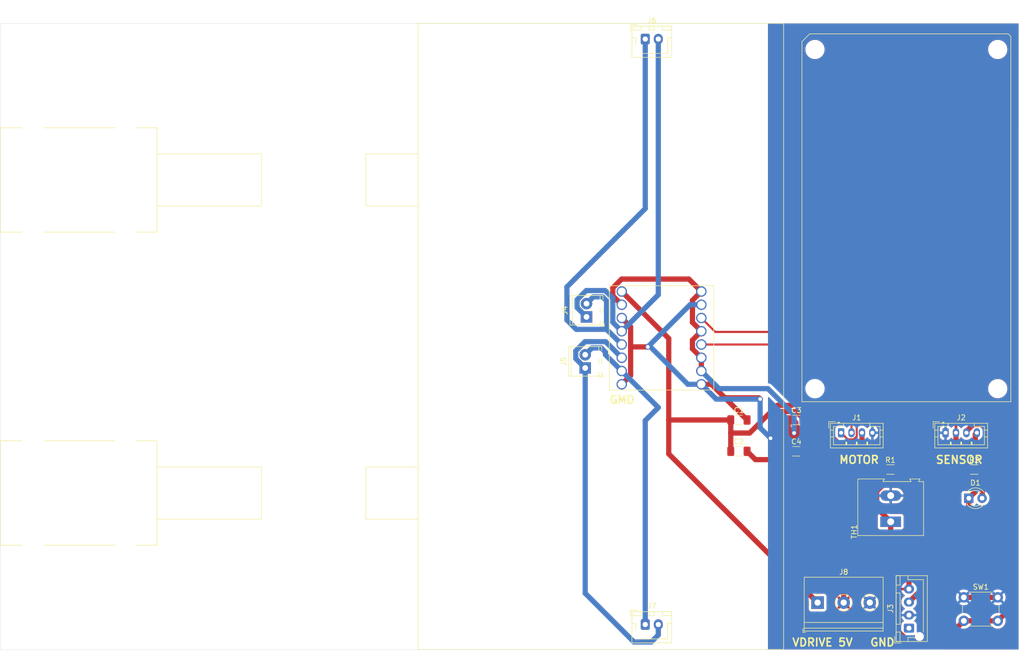
<source format=kicad_pcb>
(kicad_pcb (version 20221018) (generator pcbnew)
  (layers (0 "F.Cu" signal) (31 "B.Cu" signal) (34 "B.Paste" user) (35 "F.Paste" user) (36 "B.SilkS" user "B.Silkscreen") (37 "F.SilkS" user "F.Silkscreen") (38 "B.Mask" user) (39 "F.Mask" user) (44 "Edge.Cuts" user))
  (net 0 "")
  (net 1 "Net-(J1-Pin_1)")
  (net 2 "Vdrive")
  (net 3 "GND")
  (net 4 "Net-(J1-Pin_2)")
  (net 5 "+5V")
  (net 6 "Net-(J4-Pin_1)")
  (net 7 "Net-(J4-Pin_2)")
  (net 8 "Net-(J5-Pin_1)")
  (net 9 "Net-(J5-Pin_2)")
  (net 10 "Net-(J2-Pin_3)")
  (net 12 "Net-(D1-K)")
  (net 13 "Net-(D1-A)")
  (footprint "library:SparkFun_TB6612FNG_MOTOR_DRIVER_MODULE" (layer "F.Cu") (at 178.8 100.59)
    (fp_text reference "U1" hide)
    (fp_text value "SparkFun_TB6612FNG_MOTOR_DRIVER_MODULE" hide)
    (pad "1" thru_hole oval (at -7.62 -8.89) (size 2 2) (drill 1.5) (layers "*.Cu" "*.Mask") (net 2 "Vdrive"))
    (pad "2" thru_hole oval (at -7.62 -6.35) (size 2 2) (drill 1.5) (layers "*.Cu" "*.Mask") (net 5 "+5V"))
    (pad "3" thru_hole oval (at -7.62 -3.81) (size 2 2) (drill 1.5) (layers "*.Cu" "*.Mask") (net 3 "GND"))
    (pad "4" thru_hole oval (at -7.62 -1.27) (size 2 2) (drill 1.5) (layers "*.Cu" "*.Mask") (net 6 "Net-(J4-Pin_1)"))
    (pad "5" thru_hole oval (at -7.62 1.27) (size 2 2) (drill 1.5) (layers "*.Cu" "*.Mask") (net 7 "Net-(J4-Pin_2)"))
    (pad "6" thru_hole oval (at -7.62 3.81) (size 2 2) (drill 1.5) (layers "*.Cu" "*.Mask") (net 8 "Net-(J5-Pin_1)"))
    (pad "7" thru_hole oval (at -7.62 6.35) (size 2 2) (drill 1.5) (layers "*.Cu" "*.Mask") (net 9 "Net-(J5-Pin_2)"))
    (pad "8" thru_hole oval (at -7.62 8.89) (size 2 2) (drill 1.5) (layers "*.Cu" "*.Mask") (net 3 "GND"))
    (pad "9" thru_hole oval (at 7.62 8.89) (size 2 2) (drill 1.5) (layers "*.Cu" "*.Mask") (net 3 "GND"))
    (pad "10" thru_hole oval (at 7.62 6.35) (size 2 2) (drill 1.5) (layers "*.Cu" "*.Mask") (net 5 "+5V"))
    (pad "11" thru_hole oval (at 7.62 3.81) (size 2 2) (drill 1.5) (layers "*.Cu" "*.Mask") (net 5 "+5V"))
    (pad "12" thru_hole oval (at 7.62 1.27) (size 2 2) (drill 1.5) (layers "*.Cu" "*.Mask") (net 4 "Net-(J1-Pin_2)"))
    (pad "13" thru_hole oval (at 7.62 -1.27) (size 2 2) (drill 1.5) (layers "*.Cu" "*.Mask") (net 5 "+5V"))
    (pad "14" thru_hole oval (at 7.62 -3.81) (size 2 2) (drill 1.5) (layers "*.Cu" "*.Mask") (net 1 "Net-(J1-Pin_1)"))
    (pad "15" thru_hole oval (at 7.62 -6.35) (size 2 2) (drill 1.5) (layers "*.Cu" "*.Mask") (net 3 "GND"))
    (pad "16" thru_hole oval (at 7.62 -8.89) (size 2 2) (drill 1.5) (layers "*.Cu" "*.Mask") (net 5 "+5V"))
  )
  (footprint "TerminalBlock_Phoenix:TerminalBlock_Phoenix_MPT-0,5-2-2.54_1x02_P2.54mm_Horizontal" (layer "F.Cu") (at 164.18 106.36 90)
    (fp_text reference "J5" (at 1.27 -4.16 90) (layer "F.SilkS"))
    (fp_text value "MOTOR")
    (pad "" np_thru_hole circle (at 0 2.54 90) (size 1.1 1.1) (drill 1.1) (layers "*.Cu" "*.Mask"))
    (pad "" np_thru_hole circle (at 2.54 2.54 90) (size 1.1 1.1) (drill 1.1) (layers "*.Cu" "*.Mask"))
    (pad "1" thru_hole rect (at 0 0 90) (size 2.2 2.2) (drill 1.1) (layers "*.Cu" "*.Mask") (net 8 "Net-(J5-Pin_1)"))
    (pad "2" thru_hole circle (at 2.54 0 90) (size 2.2 2.2) (drill 1.1) (layers "*.Cu" "*.Mask") (net 9 "Net-(J5-Pin_2)"))
  )
  (footprint "Connector_JST:JST_XH_B2B-XH-AM_1x02_P2.50mm_Vertical" (layer "F.Cu") (at 175.68 43.32)
    (fp_text reference "J6" (at 1.25 -3.55) (layer "F.SilkS"))
    (fp_text value "BULB")
    (pad "" np_thru_hole circle (at -1.6 2) (size 1.2 1.2) (drill 1.2) (layers "*.Cu" "*.Mask"))
    (pad "1" thru_hole roundrect (at 0 0) (size 1.7 2) (drill 1) (layers "*.Cu" "*.Mask") (roundrect_rratio 0.147059) (net 7 "Net-(J4-Pin_2)"))
    (pad "2" thru_hole oval (at 2.5 0) (size 1.7 2) (drill 1) (layers "*.Cu" "*.Mask") (net 6 "Net-(J4-Pin_1)"))
  )
  (footprint "Connector_JST:JST_PH_B4B-PH-K_1x04_P2.00mm_Vertical" (layer "F.Cu") (at 233.18 118.77)
    (fp_text reference "J2" (at 3 -2.9) (layer "F.SilkS"))
    (fp_text value "GROVE")
    (pad "1" thru_hole roundrect (at 0 0) (size 1.2 1.75) (drill 0.75) (layers "*.Cu" "*.Mask") (roundrect_rratio 0.208333) (net 3 "GND"))
    (pad "2" thru_hole oval (at 2 0) (size 1.2 1.75) (drill 0.75) (layers "*.Cu" "*.Mask") (net 5 "+5V"))
    (pad "3" thru_hole oval (at 4 0) (size 1.2 1.75) (drill 0.75) (layers "*.Cu" "*.Mask") (net 10 "Net-(J2-Pin_3)"))
    (pad "4" thru_hole oval (at 6 0) (size 1.2 1.75) (drill 0.75) (layers "*.Cu" "*.Mask") (net 12 "Net-(D1-K)"))
  )
  (footprint "" (layer "F.Cu") (at 58.44 141.76)
    (fp_text reference "" (at 0 0) (layer "F.SilkS") (effects (font (size 1.27 1.27))))
    (fp_text value "" (at 0 0) (layer "F.SilkS") (effects (font (size 1.27 1.27))))
    (pad "" np_thru_hole circle (at 0 0) (size 5 5) (drill 5) (layers "*.Cu" "*.Mask"))
  )
  (footprint "MountingHole:MountingHole_3.2mm_M3" (layer "F.Cu") (at 157.18 95.32)
    (fp_text reference "REF**" hide)
    (fp_text value "MountingHole_3.2mm_M3" hide)
    (pad "" np_thru_hole circle (at 0 0) (size 3.2 3.2) (drill 3.2) (layers "*.Cu" "*.Mask"))
  )
  (footprint "MountingHole:MountingHole_3.2mm_M3" (layer "F.Cu") (at 192.18 105.32)
    (fp_text reference "REF**" hide)
    (fp_text value "MountingHole_3.2mm_M3" hide)
    (pad "" np_thru_hole circle (at 0 0) (size 3.2 3.2) (drill 3.2) (layers "*.Cu" "*.Mask"))
  )
  (footprint "" (layer "F.Cu") (at 76.22 81.76)
    (fp_text reference "" (at 0 0) (layer "F.SilkS") (effects (font (size 1.27 1.27))))
    (fp_text value "" (at 0 0) (layer "F.SilkS") (effects (font (size 1.27 1.27))))
    (pad "" np_thru_hole circle (at 0 0) (size 5 5) (drill 5) (layers "*.Cu" "*.Mask"))
  )
  (footprint "MountingHole:MountingHole_3.2mm_M3" (layer "F.Cu") (at 58.44 118.9)
    (fp_text reference "REF**" hide)
    (fp_text value "MountingHole_3.2mm_M3" hide)
    (pad "" np_thru_hole circle (at 0 0) (size 5 5) (drill 5) (layers "F&B.Cu" "*.Mask"))
  )
  (footprint "MountingHole:MountingHole_3.2mm_M3" (layer "F.Cu") (at 157.18 70.32)
    (fp_text reference "REF**" hide)
    (fp_text value "MountingHole_3.2mm_M3" hide)
    (pad "" np_thru_hole circle (at 0 0) (size 3.2 3.2) (drill 3.2) (layers "*.Cu" "*.Mask"))
  )
  (footprint "MountingHole:MountingHole_3.2mm_M3" (layer "F.Cu") (at 192.18 155.32)
    (fp_text reference "REF**" hide)
    (fp_text value "MountingHole_3.2mm_M3" hide)
    (pad "" np_thru_hole circle (at 0 0) (size 3.2 3.2) (drill 3.2) (layers "*.Cu" "*.Mask"))
  )
  (footprint "Capacitor_SMD:C_1206_3216Metric_Pad1.33x1.80mm_HandSolder" (layer "F.Cu") (at 204.6175 116.32)
    (fp_text reference "C3" (at 0 -1.85) (layer "F.SilkS"))
    (fp_text value "C")
    (pad "1" smd roundrect (at -1.5625 0) (size 1.325 1.8) (layers "F.Cu" "F.Paste" "F.Mask") (roundrect_rratio 0.188679) (net 5 "+5V"))
    (pad "2" smd roundrect (at 1.5625 0) (size 1.325 1.8) (layers "F.Cu" "F.Paste" "F.Mask") (roundrect_rratio 0.188679) (net 3 "GND"))
  )
  (footprint "MountingHole:MountingHole_3.2mm_M3" (layer "F.Cu") (at 157.18 105.32)
    (fp_text reference "REF**" hide)
    (fp_text value "MountingHole_3.2mm_M3" hide)
    (pad "" np_thru_hole circle (at 0 0) (size 3.2 3.2) (drill 3.2) (layers "*.Cu" "*.Mask"))
  )
  (footprint "MountingHole:MountingHole_3.2mm_M3" (layer "F.Cu") (at 157.18 45.32)
    (fp_text reference "REF**" hide)
    (fp_text value "MountingHole_3.2mm_M3" hide)
    (pad "" np_thru_hole circle (at 0 0) (size 3.2 3.2) (drill 3.2) (layers "*.Cu" "*.Mask"))
  )
  (footprint "MountingHole:MountingHole_3.2mm_M3" (layer "F.Cu") (at 192.18 45.32)
    (fp_text reference "REF**" hide)
    (fp_text value "MountingHole_3.2mm_M3" hide)
    (pad "" np_thru_hole circle (at 0 0) (size 3.2 3.2) (drill 3.2) (layers "*.Cu" "*.Mask"))
  )
  (footprint "Connector_JST:JST_XH_B4B-XH-AM_1x04_P2.50mm_Vertical" (layer "F.Cu") (at 226.18 156.22 90)
    (fp_text reference "J3" (at 3.75 -3.55 90) (layer "F.SilkS"))
    (fp_text value "LEVEL")
    (pad "" np_thru_hole circle (at -1.6 2 90) (size 1.2 1.2) (drill 1.2) (layers "*.Cu" "*.Mask"))
    (pad "1" thru_hole roundrect (at 0 0 90) (size 1.7 1.95) (drill 0.95) (layers "*.Cu" "*.Mask") (roundrect_rratio 0.147059))
    (pad "2" thru_hole oval (at 2.5 0 90) (size 1.7 1.95) (drill 0.95) (layers "*.Cu" "*.Mask") (net 3 "GND"))
    (pad "3" thru_hole oval (at 5 0 90) (size 1.7 1.95) (drill 0.95) (layers "*.Cu" "*.Mask") (net 12 "Net-(D1-K)"))
    (pad "4" thru_hole oval (at 7.5 0 90) (size 1.7 1.95) (drill 0.95) (layers "*.Cu" "*.Mask") (net 5 "+5V"))
  )
  (footprint "TerminalBlock:TerminalBlock_Altech_AK300-2_P5.00mm" (layer "F.Cu") (at 222.68 135.82 90)
    (fp_text reference "TH1" (at -1.92 -6.99 90) (layer "F.SilkS"))
    (fp_text value "Thermistor")
    (pad "1" thru_hole rect (at 0 0 90) (size 1.98 3.96) (drill 1.32) (layers "*.Cu" "*.Mask") (net 10 "Net-(J2-Pin_3)"))
    (pad "2" thru_hole oval (at 5 0 90) (size 1.98 3.96) (drill 1.32) (layers "*.Cu" "*.Mask") (net 3 "GND"))
  )
  (footprint "MountingHole:MountingHole_3.2mm_M3" (layer "F.Cu") (at 157.18 130.32)
    (fp_text reference "REF**" hide)
    (fp_text value "MountingHole_3.2mm_M3" hide)
    (pad "" np_thru_hole circle (at 0 0) (size 3.2 3.2) (drill 3.2) (layers "*.Cu" "*.Mask"))
  )
  (footprint "TerminalBlock_Philmore:TerminalBlock_Philmore_TB133_1x03_P5.00mm_Horizontal" (layer "F.Cu") (at 208.68 151.32)
    (fp_text reference "J8" (at 5 -5.86) (layer "F.SilkS"))
    (fp_text value "Screw_Terminal_01x03" hide)
    (pad "1" thru_hole rect (at 0 0) (size 2.4 2.4) (drill 1.2) (layers "*.Cu" "*.Mask") (net 2 "Vdrive"))
    (pad "2" thru_hole circle (at 5 0) (size 2.4 2.4) (drill 1.2) (layers "*.Cu" "*.Mask") (net 5 "+5V"))
    (pad "3" thru_hole circle (at 10 0) (size 2.4 2.4) (drill 1.2) (layers "*.Cu" "*.Mask") (net 3 "GND"))
  )
  (footprint "MountingHole:MountingHole_3.2mm_M3" (layer "F.Cu") (at 192.18 70.32)
    (fp_text reference "REF**" hide)
    (fp_text value "MountingHole_3.2mm_M3" hide)
    (pad "" np_thru_hole circle (at 0 0) (size 3.2 3.2) (drill 3.2) (layers "*.Cu" "*.Mask"))
  )
  (footprint "" (layer "F.Cu") (at 76.22 118.9)
    (fp_text reference "" (at 0 0) (layer "F.SilkS") (effects (font (size 1.27 1.27))))
    (fp_text value "" (at 0 0) (layer "F.SilkS") (effects (font (size 1.27 1.27))))
    (pad "" np_thru_hole circle (at 0 0) (size 5 5) (drill 5) (layers "*.Cu" "*.Mask"))
  )
  (footprint "Capacitor_SMD:C_1206_3216Metric_Pad1.33x1.80mm_HandSolder" (layer "F.Cu") (at 193.6175 122.32)
    (fp_text reference "C2" (at 0 -1.85) (layer "F.SilkS"))
    (fp_text value "C_Polarized")
    (pad "1" smd roundrect (at -1.5625 0) (size 1.325 1.8) (layers "F.Cu" "F.Paste" "F.Mask") (roundrect_rratio 0.188679) (net 2 "Vdrive"))
    (pad "2" smd roundrect (at 1.5625 0) (size 1.325 1.8) (layers "F.Cu" "F.Paste" "F.Mask") (roundrect_rratio 0.188679) (net 3 "GND"))
  )
  (footprint "Capacitor_SMD:C_1206_3216Metric_Pad1.33x1.80mm_HandSolder" (layer "F.Cu") (at 204.6175 122.32)
    (fp_text reference "C4" (at 0 -1.85) (layer "F.SilkS"))
    (fp_text value "C_Polarized")
    (pad "1" smd roundrect (at -1.5625 0) (size 1.325 1.8) (layers "F.Cu" "F.Paste" "F.Mask") (roundrect_rratio 0.188679) (net 5 "+5V"))
    (pad "2" smd roundrect (at 1.5625 0) (size 1.325 1.8) (layers "F.Cu" "F.Paste" "F.Mask") (roundrect_rratio 0.188679) (net 3 "GND"))
  )
  (footprint "" (layer "F.Cu") (at 76.22 141.76)
    (fp_text reference "" (at 0 0) (layer "F.SilkS") (effects (font (size 1.27 1.27))))
    (fp_text value "" (at 0 0) (layer "F.SilkS") (effects (font (size 1.27 1.27))))
    (pad "" np_thru_hole circle (at 0 0) (size 5 5) (drill 5) (layers "*.Cu" "*.Mask"))
  )
  (footprint "Connector_JST:JST_XH_B2B-XH-AM_1x02_P2.50mm_Vertical" (layer "F.Cu") (at 175.68 155.52)
    (fp_text reference "J7" (at 1.25 -3.55) (layer "F.SilkS"))
    (fp_text value "BULB")
    (pad "" np_thru_hole circle (at -1.6 2) (size 1.2 1.2) (drill 1.2) (layers "*.Cu" "*.Mask"))
    (pad "1" thru_hole roundrect (at 0 0) (size 1.7 2) (drill 1) (layers "*.Cu" "*.Mask") (roundrect_rratio 0.147059) (net 9 "Net-(J5-Pin_2)"))
    (pad "2" thru_hole oval (at 2.5 0) (size 1.7 2) (drill 1) (layers "*.Cu" "*.Mask") (net 8 "Net-(J5-Pin_1)"))
  )
  (footprint "" (layer "F.Cu") (at 58.44 81.76)
    (fp_text reference "" (at 0 0) (layer "F.SilkS") (effects (font (size 1.27 1.27))))
    (fp_text value "" (at 0 0) (layer "F.SilkS") (effects (font (size 1.27 1.27))))
    (pad "" np_thru_hole circle (at 0 0) (size 5 5) (drill 5) (layers "*.Cu" "*.Mask"))
  )
  (footprint "Capacitor_SMD:C_1206_3216Metric_Pad1.33x1.80mm_HandSolder" (layer "F.Cu") (at 193.6175 116.32)
    (fp_text reference "C1" (at 0 -1.85) (layer "F.SilkS"))
    (fp_text value "C")
    (pad "1" smd roundrect (at -1.5625 0) (size 1.325 1.8) (layers "F.Cu" "F.Paste" "F.Mask") (roundrect_rratio 0.188679) (net 2 "Vdrive"))
    (pad "2" smd roundrect (at 1.5625 0) (size 1.325 1.8) (layers "F.Cu" "F.Paste" "F.Mask") (roundrect_rratio 0.188679) (net 3 "GND"))
  )
  (footprint "MountingHole:MountingHole_3.2mm_M3" (layer "F.Cu") (at 208.18 45.32 90)
    (fp_text reference "REF**" hide)
    (fp_text value "MountingHole_3.2mm_M3")
    (pad "" np_thru_hole circle (at 0 0 90) (size 3.2 3.2) (drill 3.2) (layers "*.Cu" "*.Mask"))
  )
  (footprint "Resistor_SMD:R_1206_3216Metric_Pad1.30x1.75mm_HandSolder" (layer "F.Cu") (at 238.68 125.82)
    (fp_text reference "R2" (at 0 -1.82) (layer "F.SilkS"))
    (fp_text value "R")
    (pad "1" smd roundrect (at -1.55 0) (size 1.3 1.75) (layers "F.Cu" "F.Paste" "F.Mask") (roundrect_rratio 0.192308) (net 5 "+5V"))
    (pad "2" smd roundrect (at 1.55 0) (size 1.3 1.75) (layers "F.Cu" "F.Paste" "F.Mask") (roundrect_rratio 0.192308) (net 13 "Net-(D1-A)"))
  )
  (footprint "MountingHole:MountingHole_3.2mm_M3" (layer "F.Cu") (at 192.18 95.32)
    (fp_text reference "REF**" hide)
    (fp_text value "MountingHole_3.2mm_M3" hide)
    (pad "" np_thru_hole circle (at 0 0) (size 3.2 3.2) (drill 3.2) (layers "*.Cu" "*.Mask"))
  )
  (footprint "MountingHole:MountingHole_3.2mm_M3" (layer "F.Cu") (at 243.18 110.32 90)
    (fp_text reference "REF**" hide)
    (fp_text value "MountingHole_3.2mm_M3")
    (pad "" np_thru_hole circle (at 0 0 90) (size 3.2 3.2) (drill 3.2) (layers "*.Cu" "*.Mask"))
  )
  (footprint "LED_THT:LED_D3.0mm" (layer "F.Cu") (at 237.64 131.32)
    (fp_text reference "D1" (at 1.27 -2.96) (layer "F.SilkS"))
    (fp_text value "LED")
    (pad "1" thru_hole rect (at 0 0) (size 1.8 1.8) (drill 0.9) (layers "*.Cu" "*.Mask") (net 12 "Net-(D1-K)"))
    (pad "2" thru_hole circle (at 2.54 0) (size 1.8 1.8) (drill 0.9) (layers "*.Cu" "*.Mask") (net 13 "Net-(D1-A)"))
  )
  (footprint "Button_Switch_THT:SW_PUSH_6mm" (layer "F.Cu") (at 236.68 150.32)
    (fp_text reference "SW1" (at 3.25 -2) (layer "F.SilkS"))
    (fp_text value "SW_Push")
    (pad "1" thru_hole circle (at 0 0 90) (size 2 2) (drill 1.1) (layers "*.Cu" "*.Mask") (net 3 "GND"))
    (pad "1" thru_hole circle (at 6.5 0 90) (size 2 2) (drill 1.1) (layers "*.Cu" "*.Mask") (net 3 "GND"))
    (pad "2" thru_hole circle (at 0 4.5 90) (size 2 2) (drill 1.1) (layers "*.Cu" "*.Mask") (net 10 "Net-(J2-Pin_3)"))
    (pad "2" thru_hole circle (at 6.5 4.5 90) (size 2 2) (drill 1.1) (layers "*.Cu" "*.Mask") (net 10 "Net-(J2-Pin_3)"))
  )
  (footprint "MountingHole:MountingHole_3.2mm_M3" (layer "F.Cu") (at 243.18 45.32 90)
    (fp_text reference "REF**" hide)
    (fp_text value "MountingHole_3.2mm_M3")
    (pad "" np_thru_hole circle (at 0 0 90) (size 3.2 3.2) (drill 3.2) (layers "*.Cu" "*.Mask"))
  )
  (footprint "MountingHole:MountingHole_3.2mm_M3" (layer "F.Cu") (at 157.18 155.32)
    (fp_text reference "REF**" hide)
    (fp_text value "MountingHole_3.2mm_M3" hide)
    (pad "" np_thru_hole circle (at 0 0) (size 3.2 3.2) (drill 3.2) (layers "*.Cu" "*.Mask"))
  )
  (footprint "Connector_JST:JST_PH_B4B-PH-K_1x04_P2.00mm_Vertical" (layer "F.Cu") (at 213.18 118.77)
    (fp_text reference "J1" (at 3 -2.9) (layer "F.SilkS"))
    (fp_text value "GROVE")
    (pad "1" thru_hole roundrect (at 0 0) (size 1.2 1.75) (drill 0.75) (layers "*.Cu" "*.Mask") (roundrect_rratio 0.208333) (net 1 "Net-(J1-Pin_1)"))
    (pad "2" thru_hole oval (at 2 0) (size 1.2 1.75) (drill 0.75) (layers "*.Cu" "*.Mask") (net 4 "Net-(J1-Pin_2)"))
    (pad "3" thru_hole oval (at 4 0) (size 1.2 1.75) (drill 0.75) (layers "*.Cu" "*.Mask") (net 2 "Vdrive"))
    (pad "4" thru_hole oval (at 6 0) (size 1.2 1.75) (drill 0.75) (layers "*.Cu" "*.Mask") (net 3 "GND"))
  )
  (footprint "" (layer "F.Cu") (at 76.22 58.9)
    (fp_text reference "" (at 0 0) (layer "F.SilkS") (effects (font (size 1.27 1.27))))
    (fp_text value "" (at 0 0) (layer "F.SilkS") (effects (font (size 1.27 1.27))))
    (pad "" np_thru_hole circle (at 0 0) (size 5 5) (drill 5) (layers "*.Cu" "*.Mask"))
  )
  (footprint "Resistor_SMD:R_1206_3216Metric_Pad1.30x1.75mm_HandSolder" (layer "F.Cu") (at 222.63 125.82)
    (fp_text reference "R1" (at 0 -1.82) (layer "F.SilkS"))
    (fp_text value "R")
    (pad "1" smd roundrect (at -1.55 0) (size 1.3 1.75) (layers "F.Cu" "F.Paste" "F.Mask") (roundrect_rratio 0.192308) (net 5 "+5V"))
    (pad "2" smd roundrect (at 1.55 0) (size 1.3 1.75) (layers "F.Cu" "F.Paste" "F.Mask") (roundrect_rratio 0.192308) (net 10 "Net-(J2-Pin_3)"))
  )
  (footprint "MountingHole:MountingHole_3.2mm_M3" (layer "F.Cu") (at 58.44 58.9)
    (fp_text reference "REF**" hide)
    (fp_text value "MountingHole_3.2mm_M3" hide)
    (pad "" np_thru_hole circle (at 0 0) (size 5 5) (drill 5) (layers "*.Cu" "*.Mask"))
  )
  (footprint "TerminalBlock_Phoenix:TerminalBlock_Phoenix_MPT-0,5-2-2.54_1x02_P2.54mm_Horizontal" (layer "F.Cu") (at 164.43 96.57 90)
    (fp_text reference "J4" (at 1.27 -4.16 90) (layer "F.SilkS"))
    (fp_text value "MOTOR")
    (pad "" np_thru_hole circle (at 0 2.54 90) (size 1.1 1.1) (drill 1.1) (layers "*.Cu" "*.Mask"))
    (pad "" np_thru_hole circle (at 2.54 2.54 90) (size 1.1 1.1) (drill 1.1) (layers "*.Cu" "*.Mask"))
    (pad "1" thru_hole rect (at 0 0 90) (size 2.2 2.2) (drill 1.1) (layers "*.Cu" "*.Mask") (net 6 "Net-(J4-Pin_1)"))
    (pad "2" thru_hole circle (at 2.54 0 90) (size 2.2 2.2) (drill 1.1) (layers "*.Cu" "*.Mask") (net 7 "Net-(J4-Pin_2)"))
  )
  (footprint "MountingHole:MountingHole_3.2mm_M3" (layer "F.Cu") (at 192.18 130.32)
    (fp_text reference "REF**" hide)
    (fp_text value "MountingHole_3.2mm_M3" hide)
    (pad "" np_thru_hole circle (at 0 0) (size 3.2 3.2) (drill 3.2) (layers "*.Cu" "*.Mask"))
  )
  (footprint "MountingHole:MountingHole_3.2mm_M3" (layer "F.Cu") (at 208.18 110.32 90)
    (fp_text reference "REF**" hide)
    (fp_text value "MountingHole_3.2mm_M3")
    (pad "" np_thru_hole circle (at 0 0 90) (size 3.2 3.2) (drill 3.2) (layers "*.Cu" "*.Mask"))
  )
  (gr_line (start 245.68 112.82) (end 205.68 112.82) (stroke (width 0.12)) (layer "F.SilkS"))
  (gr_line (start 202.18 160.32) (end 202.18 40.32) (stroke (width 0.12)) (layer "F.SilkS"))
  (gr_line (start 52.18 60.32) (end 52.18 80.32) (stroke (width 0.12)) (layer "F.SilkS"))
  (gr_line (start 52.18 120.32) (end 82.18 120.32) (stroke (width 0.12)) (layer "F.SilkS"))
  (gr_line (start 132.18 40.32) (end 132.18 160.32) (stroke (width 0.12)) (layer "F.SilkS"))
  (gr_line (start 102.18 75.32) (end 102.18 65.32) (stroke (width 0.12)) (layer "F.SilkS"))
  (gr_line (start 82.18 125.32) (end 102.18 125.32) (stroke (width 0.12)) (layer "F.SilkS"))
  (gr_line (start 82.18 65.32) (end 102.18 65.32) (stroke (width 0.12)) (layer "F.SilkS"))
  (gr_line (start 132.18 75.32) (end 122.18 75.32) (stroke (width 0.12)) (layer "F.SilkS"))
  (gr_line (start 207.18 42.32) (end 245.18 42.32) (stroke (width 0.12)) (layer "F.SilkS"))
  (gr_line (start 202.18 40.32) (end 132.18 40.32) (stroke (width 0.12)) (layer "F.SilkS"))
  (gr_line (start 52.18 120.32) (end 52.18 140.32) (stroke (width 0.12)) (layer "F.SilkS"))
  (gr_line (start 132.18 135.32) (end 122.18 135.32) (stroke (width 0.12)) (layer "F.SilkS"))
  (gr_line (start 122.18 135.32) (end 122.18 125.32) (stroke (width 0.12)) (layer "F.SilkS"))
  (gr_line (start 82.18 120.32) (end 82.18 140.32) (stroke (width 0.12)) (layer "F.SilkS"))
  (gr_line (start 122.18 65.32) (end 132.18 65.32) (stroke (width 0.12)) (layer "F.SilkS"))
  (gr_line (start 102.18 135.32) (end 102.18 125.32) (stroke (width 0.12)) (layer "F.SilkS"))
  (gr_line (start 245.18 42.32) (end 245.68 42.82) (stroke (width 0.12)) (layer "F.SilkS"))
  (gr_line (start 82.18 135.32) (end 102.18 135.32) (stroke (width 0.12)) (layer "F.SilkS"))
  (gr_line (start 122.18 75.32) (end 122.18 65.32) (stroke (width 0.12)) (layer "F.SilkS"))
  (gr_line (start 52.18 60.32) (end 82.18 60.32) (stroke (width 0.12)) (layer "F.SilkS"))
  (gr_line (start 245.68 42.82) (end 245.68 112.82) (stroke (width 0.12)) (layer "F.SilkS"))
  (gr_line (start 205.68 112.82) (end 205.68 43.82) (stroke (width 0.12)) (layer "F.SilkS"))
  (gr_line (start 82.18 75.32) (end 102.18 75.32) (stroke (width 0.12)) (layer "F.SilkS"))
  (gr_line (start 205.68 43.82) (end 207.18 42.32) (stroke (width 0.12)) (layer "F.SilkS"))
  (gr_line (start 82.18 60.32) (end 82.18 80.32) (stroke (width 0.12)) (layer "F.SilkS"))
  (gr_line (start 122.18 125.32) (end 132.18 125.32) (stroke (width 0.12)) (layer "F.SilkS"))
  (gr_line (start 52.18 80.32) (end 82.18 80.32) (stroke (width 0.12)) (layer "F.SilkS"))
  (gr_line (start 132.18 160.32) (end 202.18 160.32) (stroke (width 0.12)) (layer "F.SilkS"))
  (gr_line (start 52.18 140.32) (end 82.18 140.32) (stroke (width 0.12)) (layer "F.SilkS"))
  (gr_line (start 52.18 40.32) (end 247.18 40.32) (stroke (width 0.05)) (layer "Edge.Cuts"))
  (gr_line (start 247.18 40.32) (end 247.18 160.32) (stroke (width 0.05)) (layer "Edge.Cuts"))
  (gr_line (start 247.18 160.32) (end 202.18 160.32) (stroke (width 0.05)) (layer "Edge.Cuts"))
  (gr_line (start 52.18 160.32) (end 52.18 40.32) (stroke (width 0.05)) (layer "Edge.Cuts"))
  (gr_line (start 202.18 160.32) (end 52.18 160.32) (stroke (width 0.05)) (layer "Edge.Cuts"))
  (gr_line (start 247.18 40.32) (end 247.18 60.32) (stroke (width 0.05)) (layer "Edge.Cuts"))
  (gr_text "GMD" (at 168.68 113.32) (layer "F.SilkS") (effects (font (size 1.5 1.5) (thickness 0.3) bold) (justify left bottom)))
  (gr_text "SENSOR" (at 231.18 124.82) (layer "F.SilkS") (effects (font (size 1.5 1.5) (thickness 0.3) bold) (justify left bottom)))
  (gr_text "VDRIVE 5V   GND" (at 203.68 159.82) (layer "F.SilkS") (effects (font (size 1.5 1.5) (thickness 0.3) bold) (justify left bottom)))
  (gr_text "MOTOR" (at 212.68 124.82) (layer "F.SilkS") (effects (font (size 1.5 1.5) (thickness 0.3) bold) (justify left bottom)))
  (segment (start 214.455 120.045) (end 215.594215 120.045) (width 0.4) (layer "F.Cu") (net 1))
  (segment (start 215.594215 120.045) (end 216.18 119.459215) (width 0.4) (layer "F.Cu") (net 1))
  (segment (start 213.18 118.77) (end 214.455 120.045) (width 0.4) (layer "F.Cu") (net 1))
  (segment (start 204.310393 99.450393) (end 189.090393 99.450393) (width 0.4) (layer "F.Cu") (net 1))
  (segment (start 216.18 111.32) (end 204.310393 99.450393) (width 0.4) (layer "F.Cu") (net 1))
  (segment (start 189.090393 99.450393) (end 186.42 96.78) (width 0.4) (layer "F.Cu") (net 1))
  (segment (start 216.18 119.459215) (end 216.18 111.32) (width 0.4) (layer "F.Cu") (net 1))
  (segment (start 207.5425 115.6825) (end 207.5425 114.986149) (width 1) (layer "F.Cu") (net 2))
  (segment (start 216.880499 120.944501) (end 212.804501 120.944501) (width 1) (layer "F.Cu") (net 2))
  (segment (start 217.18 120.645) (end 216.880499 120.944501) (width 1) (layer "F.Cu") (net 2))
  (segment (start 200.979501 113.520499) (end 195.68 118.82) (width 1) (layer "F.Cu") (net 2))
  (segment (start 171.18 91.7) (end 180.18 100.7) (width 1) (layer "F.Cu") (net 2))
  (segment (start 180.18 100.7) (end 180.18 116.32) (width 1) (layer "F.Cu") (net 2))
  (segment (start 206.07685 113.520499) (end 200.979501 113.520499) (width 1) (layer "F.Cu") (net 2))
  (segment (start 180.18 122.82) (end 180.18 116.32) (width 1) (layer "F.Cu") (net 2))
  (segment (start 212.804501 120.944501) (end 207.5425 115.6825) (width 1) (layer "F.Cu") (net 2))
  (segment (start 208.68 151.32) (end 180.18 122.82) (width 1) (layer "F.Cu") (net 2))
  (segment (start 192.055 118.82) (end 192.055 116.32) (width 1) (layer "F.Cu") (net 2))
  (segment (start 192.055 122.32) (end 192.055 118.82) (width 1) (layer "F.Cu") (net 2))
  (segment (start 217.18 118.77) (end 217.18 120.645) (width 1) (layer "F.Cu") (net 2))
  (segment (start 195.68 118.82) (end 192.055 118.82) (width 1) (layer "F.Cu") (net 2))
  (segment (start 180.18 116.32) (end 192.055 116.32) (width 1) (layer "F.Cu") (net 2))
  (segment (start 207.5425 114.986149) (end 206.07685 113.520499) (width 1) (layer "F.Cu") (net 2))
  (segment (start 196.78 123.92) (end 195.18 122.32) (width 1) (layer "F.Cu") (net 3))
  (segment (start 199.68 123.92) (end 196.78 123.92) (width 1) (layer "F.Cu") (net 3))
  (segment (start 172.88 102.32) (end 176.18 102.32) (width 1) (layer "F.Cu") (net 3))
  (segment (start 199.68 116.82) (end 199.68 123.92) (width 1) (layer "F.Cu") (net 3))
  (segment (start 186.42 109.48) (end 188.34 109.48) (width 1) (layer "F.Cu") (net 3))
  (segment (start 197.43 112.07) (end 197.68 112.32) (width 1) (layer "F.Cu") (net 3))
  (segment (start 204.58 114.72) (end 201.78 114.72) (width 1) (layer "F.Cu") (net 3))
  (segment (start 171.18 96.78) (end 172.88 98.48) (width 1) (layer "F.Cu") (net 3))
  (segment (start 172.88 107.78) (end 171.18 109.48) (width 1) (layer "F.Cu") (net 3))
  (segment (start 172.88 102.32) (end 172.88 107.78) (width 1) (layer "F.Cu") (net 3))
  (segment (start 190.93 112.07) (end 197.43 112.07) (width 1) (layer "F.Cu") (net 3))
  (segment (start 243.18 150.32) (end 236.68 150.32) (width 1) (layer "F.Cu") (net 3))
  (segment (start 190.93 112.07) (end 195.18 116.32) (width 1) (layer "F.Cu") (net 3))
  (segment (start 206.18 122.32) (end 204.58 123.92) (width 1) (layer "F.Cu") (net 3))
  (segment (start 206.18 116.32) (end 204.58 114.72) (width 1) (layer "F.Cu") (net 3))
  (segment (start 201.78 114.72) (end 199.68 116.82) (width 1) (layer "F.Cu") (net 3))
  (segment (start 172.88 98.48) (end 172.88 102.32) (width 1) (layer "F.Cu") (net 3))
  (segment (start 188.34 109.48) (end 190.93 112.07) (width 1) (layer "F.Cu") (net 3))
  (segment (start 204.58 123.92) (end 199.68 123.92) (width 1) (layer "F.Cu") (net 3))
  (via (at 176.18 102.32) (size 1) (drill 0.7) (layers "F.Cu" "B.Cu") (net 3))
  (via (at 199.68 119.82) (size 1) (drill 0.7) (layers "F.Cu" "B.Cu") (net 3))
  (via (at 197.68 112.32) (size 1) (drill 0.7) (layers "F.Cu" "B.Cu") (net 3))
  (segment (start 183.84 109.48) (end 176.43 102.07) (width 1) (layer "B.Cu") (net 3))
  (segment (start 176.43 102.07) (end 184.26 94.24) (width 1) (layer "B.Cu") (net 3))
  (segment (start 186.42 109.48) (end 189.26 112.32) (width 1) (layer "B.Cu") (net 3))
  (segment (start 186.42 109.48) (end 183.84 109.48) (width 1) (layer "B.Cu") (net 3))
  (segment (start 197.68 112.32) (end 197.68 117.82) (width 1) (layer "B.Cu") (net 3))
  (segment (start 189.26 112.32) (end 197.68 112.32) (width 1) (layer "B.Cu") (net 3))
  (segment (start 184.26 94.24) (end 186.42 94.24) (width 1) (layer "B.Cu") (net 3))
  (segment (start 176.18 102.32) (end 176.43 102.07) (width 1) (layer "B.Cu") (net 3))
  (segment (start 197.68 117.82) (end 199.68 119.82) (width 1) (layer "B.Cu") (net 3))
  (segment (start 215.18 118.77) (end 215.18 114.420862) (width 0.4) (layer "F.Cu") (net 4))
  (segment (start 215.18 114.420862) (end 202.619138 101.86) (width 0.4) (layer "F.Cu") (net 4))
  (segment (start 202.619138 101.86) (end 186.42 101.86) (width 0.4) (layer "F.Cu") (net 4))
  (segment (start 186.42 104.4) (end 186.42 106.94) (width 1) (layer "F.Cu") (net 5))
  (segment (start 184.04 89.32) (end 186.42 91.7) (width 1) (layer "F.Cu") (net 5))
  (segment (start 184.72 102.7) (end 184.72 101.02) (width 1) (layer "F.Cu") (net 5))
  (segment (start 186.42 104.4) (end 184.72 102.7) (width 1) (layer "F.Cu") (net 5))
  (segment (start 226.18 148.72) (end 226.18 121.82) (width 1) (layer "F.Cu") (net 5))
  (segment (start 213.68 127.413997) (end 205.086003 118.82) (width 1) (layer "F.Cu") (net 5))
  (segment (start 186.42 99.32) (end 184.72 97.62) (width 1) (layer "F.Cu") (net 5))
  (segment (start 203.055 116.445) (end 203.18 116.32) (width 1) (layer "F.Cu") (net 5))
  (segment (start 235.18 121.82) (end 235.18 118.77) (width 1) (layer "F.Cu") (net 5))
  (segment (start 205.086003 118.82) (end 203.055 118.82) (width 1) (layer "F.Cu") (net 5))
  (segment (start 169.48 90.995836) (end 171.155836 89.32) (width 1) (layer "F.Cu") (net 5))
  (segment (start 225.08 121.82) (end 226.18 121.82) (width 1) (layer "F.Cu") (net 5))
  (segment (start 203.055 122.32) (end 203.055 118.82) (width 1) (layer "F.Cu") (net 5))
  (segment (start 184.72 93.4) (end 186.42 91.7) (width 1) (layer "F.Cu") (net 5))
  (segment (start 171.155836 89.32) (end 184.04 89.32) (width 1) (layer "F.Cu") (net 5))
  (segment (start 203.055 118.82) (end 203.055 116.445) (width 1) (layer "F.Cu") (net 5))
  (segment (start 184.72 101.02) (end 186.42 99.32) (width 1) (layer "F.Cu") (net 5))
  (segment (start 184.72 97.62) (end 184.72 93.4) (width 1) (layer "F.Cu") (net 5))
  (segment (start 169.48 92.54) (end 169.48 90.995836) (width 1) (layer "F.Cu") (net 5))
  (segment (start 213.68 151.32) (end 213.68 127.413997) (width 1) (layer "F.Cu") (net 5))
  (segment (start 226.18 121.82) (end 235.18 121.82) (width 1) (layer "F.Cu") (net 5))
  (segment (start 171.18 94.24) (end 169.48 92.54) (width 1) (layer "F.Cu") (net 5))
  (segment (start 237.13 125.82) (end 235.18 123.87) (width 1) (layer "F.Cu") (net 5))
  (segment (start 235.18 123.87) (end 235.18 121.82) (width 1) (layer "F.Cu") (net 5))
  (segment (start 221.08 125.82) (end 225.08 121.82) (width 1) (layer "F.Cu") (net 5))
  (via (at 204.18 118.82) (size 1) (drill 0.7) (layers "F.Cu" "B.Cu") (net 5))
  (segment (start 186.42 106.94) (end 189.8 110.32) (width 1) (layer "B.Cu") (net 5))
  (segment (start 204.18 115.32) (end 204.18 118.82) (width 1) (layer "B.Cu") (net 5))
  (segment (start 189.8 110.32) (end 199.18 110.32) (width 1) (layer "B.Cu") (net 5))
  (segment (start 199.18 110.32) (end 204.18 115.32) (width 1) (layer "B.Cu") (net 5))
  (segment (start 164.424415 96.57) (end 164.43 96.57) (width 1) (layer "F.Cu") (net 6))
  (segment (start 162.63 93.284415) (end 162.63 94.775585) (width 1) (layer "B.Cu") (net 6))
  (segment (start 178.18 92.32) (end 171.18 99.32) (width 1) (layer "B.Cu") (net 6))
  (segment (start 168.002035 91.527207) (end 164.387207 91.527207) (width 1) (layer "B.Cu") (net 6))
  (segment (start 169.47 97.61) (end 169.47 92.995172) (width 1) (layer "B.Cu") (net 6))
  (segment (start 171.18 99.32) (end 169.47 97.61) (width 1) (layer "B.Cu") (net 6))
  (segment (start 169.47 92.995172) (end 168.002035 91.527207) (width 1) (layer "B.Cu") (net 6))
  (segment (start 164.424415 96.57) (end 164.43 96.57) (width 1) (layer "B.Cu") (net 6))
  (segment (start 162.63 94.775585) (end 164.424415 96.57) (width 1) (layer "B.Cu") (net 6))
  (segment (start 164.387207 91.527207) (end 162.63 93.284415) (width 1) (layer "B.Cu") (net 6))
  (segment (start 178.18 43.32) (end 178.18 92.32) (width 1) (layer "B.Cu") (net 6))
  (segment (start 167.508478 92.73) (end 168.27 93.491522) (width 1) (layer "B.Cu") (net 7))
  (segment (start 164.43 94.03) (end 165.73 92.73) (width 1) (layer "B.Cu") (net 7))
  (segment (start 175.68 43.32) (end 175.68 75.82) (width 1) (layer "B.Cu") (net 7))
  (segment (start 165.73 92.73) (end 167.508478 92.73) (width 1) (layer "B.Cu") (net 7))
  (segment (start 160.68 97.162641) (end 162.467359 98.95) (width 1) (layer "B.Cu") (net 7))
  (segment (start 175.68 75.82) (end 160.68 90.82) (width 1) (layer "B.Cu") (net 7))
  (segment (start 168.27 93.491522) (end 168.27 98.95) (width 1) (layer "B.Cu") (net 7))
  (segment (start 162.467359 98.95) (end 168.27 98.95) (width 1) (layer "B.Cu") (net 7))
  (segment (start 168.27 98.95) (end 171.18 101.86) (width 1) (layer "B.Cu") (net 7))
  (segment (start 160.68 90.82) (end 160.68 97.162641) (width 1) (layer "B.Cu") (net 7))
  (segment (start 164.18 106.36) (end 164.174415 106.36) (width 1) (layer "F.Cu") (net 8))
  (segment (start 164.174415 106.36) (end 162.38 104.565585) (width 1) (layer "B.Cu") (net 8))
  (segment (start 178.18 157.52) (end 176.83 158.87) (width 1) (layer "B.Cu") (net 8))
  (segment (start 164.18 149.529188) (end 164.18 106.36) (width 1) (layer "B.Cu") (net 8))
  (segment (start 176.83 158.87) (end 173.520812 158.87) (width 1) (layer "B.Cu") (net 8))
  (segment (start 162.38 103.074415) (end 164.134415 101.32) (width 1) (layer "B.Cu") (net 8))
  (segment (start 164.18 106.36) (end 164.174415 106.36) (width 1) (layer "B.Cu") (net 8))
  (segment (start 164.134415 101.32) (end 168.1 101.32) (width 1) (layer "B.Cu") (net 8))
  (segment (start 173.520812 158.87) (end 164.18 149.529188) (width 1) (layer "B.Cu") (net 8))
  (segment (start 162.38 104.565585) (end 162.38 103.074415) (width 1) (layer "B.Cu") (net 8))
  (segment (start 178.18 155.52) (end 178.18 157.52) (width 1) (layer "B.Cu") (net 8))
  (segment (start 168.1 101.32) (end 171.18 104.4) (width 1) (layer "B.Cu") (net 8))
  (segment (start 168.06 103.82) (end 171.18 106.94) (width 1) (layer "B.Cu") (net 9))
  (segment (start 175.68 116.44) (end 178.18 113.94) (width 1) (layer "B.Cu") (net 9))
  (segment (start 175.68 155.52) (end 175.68 116.44) (width 1) (layer "B.Cu") (net 9))
  (segment (start 164.18 103.82) (end 165.48 102.52) (width 1) (layer "B.Cu") (net 9))
  (segment (start 167.258478 102.52) (end 168.06 103.321522) (width 1) (layer "B.Cu") (net 9))
  (segment (start 168.06 103.321522) (end 168.06 103.82) (width 1) (layer "B.Cu") (net 9))
  (segment (start 165.48 102.52) (end 167.258478 102.52) (width 1) (layer "B.Cu") (net 9))
  (segment (start 171.18 106.94) (end 178.18 113.94) (width 1) (layer "B.Cu") (net 9))
  (segment (start 237.18 118.77) (end 237.18 118.495) (width 1) (layer "F.Cu") (net 10))
  (segment (start 232.33 159.17) (end 226.461497 159.17) (width 1) (layer "F.Cu") (net 10))
  (segment (start 220 130) (end 220 133.14) (width 1) (layer "F.Cu") (net 10))
  (segment (start 224.18 125.82) (end 223.976998 125.616998) (width 1) (layer "F.Cu") (net 10))
  (segment (start 243.18 154.82) (end 236.68 154.82) (width 1) (layer "F.Cu") (net 10))
  (segment (start 237.18 118.495) (end 238.48 117.195) (width 1) (layer "F.Cu") (net 10))
  (segment (start 224.18 125.82) (end 220 130) (width 1) (layer "F.Cu") (net 10))
  (segment (start 220 133.14) (end 222.68 135.82) (width 1) (layer "F.Cu") (net 10))
  (segment (start 236.68 154.82) (end 232.33 159.17) (width 1) (layer "F.Cu") (net 10))
  (segment (start 245.68 122.82) (end 245.68 152.32) (width 1) (layer "F.Cu") (net 10))
  (segment (start 240.055 117.195) (end 245.68 122.82) (width 1) (layer "F.Cu") (net 10))
  (segment (start 222.68 155.388503) (end 222.68 135.82) (width 1) (layer "F.Cu") (net 10))
  (segment (start 226.461497 159.17) (end 222.68 155.388503) (width 1) (layer "F.Cu") (net 10))
  (segment (start 245.68 152.32) (end 243.18 154.82) (width 1) (layer "F.Cu") (net 10))
  (segment (start 238.48 117.195) (end 240.055 117.195) (width 1) (layer "F.Cu") (net 10))
  (segment (start 238.88 130.08) (end 237.64 131.32) (width 1) (layer "F.Cu") (net 12))
  (segment (start 237.64 139.76) (end 226.18 151.22) (width 1) (layer "F.Cu") (net 12))
  (segment (start 237.64 131.32) (end 237.64 139.76) (width 1) (layer "F.Cu") (net 12))
  (segment (start 238.88 119.07) (end 238.88 130.08) (width 1) (layer "F.Cu") (net 12))
  (segment (start 239.18 118.77) (end 238.88 119.07) (width 1) (layer "F.Cu") (net 12))
  (segment (start 240.23 131.27) (end 240.18 131.32) (width 1) (layer "F.Cu") (net 13))
  (segment (start 240.23 125.82) (end 240.23 131.27) (width 1) (layer "F.Cu") (net 13))
  (zone (net 5) (net_name "+5V") (layer "F.Cu") (connect_pads (clearance 0.508)) (min_thickness 0.25) (fill yes (thermal_gap 0.5) (thermal_bridge_width 0.5))
    (polygon (pts (xy 199.18 40.32) (xy 199.18 160.32) (xy 247.18 160.32) (xy 247.18 40.32)))
  )
  (zone (net 3) (net_name "GND") (layer "B.Cu") (connect_pads (clearance 0.508)) (min_thickness 0.25) (fill yes (thermal_gap 0.5) (thermal_bridge_width 0.5))
    (polygon (pts (xy 199.18 40.32) (xy 199.18 160.32) (xy 247.18 160.32) (xy 247.18 40.32)))
  )
)
</source>
